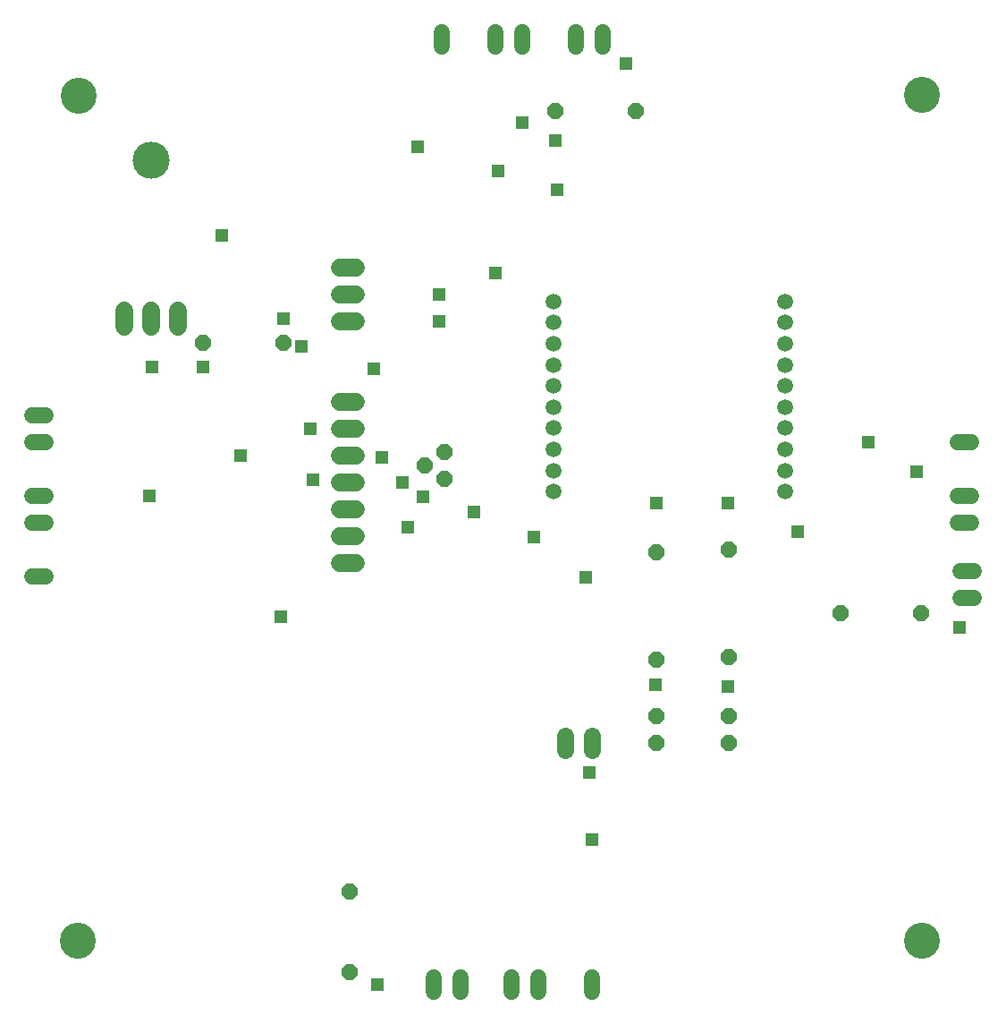
<source format=gts>
G75*
%MOIN*%
%OFA0B0*%
%FSLAX24Y24*%
%IPPOS*%
%LPD*%
%AMOC8*
5,1,8,0,0,1.08239X$1,22.5*
%
%ADD10C,0.1340*%
%ADD11C,0.0600*%
%ADD12C,0.0640*%
%ADD13OC8,0.0600*%
%ADD14C,0.0680*%
%ADD15C,0.0595*%
%ADD16C,0.1380*%
%ADD17R,0.0476X0.0476*%
D10*
X007138Y004412D03*
X038602Y004396D03*
X038610Y035884D03*
X007173Y035861D03*
D11*
X005957Y023967D02*
X005437Y023967D01*
X005437Y022967D02*
X005957Y022967D01*
X005957Y020967D02*
X005437Y020967D01*
X005437Y019967D02*
X005957Y019967D01*
X005957Y017967D02*
X005437Y017967D01*
X020397Y003027D02*
X020397Y002507D01*
X021397Y002507D02*
X021397Y003027D01*
X023297Y003027D02*
X023297Y002507D01*
X024297Y002507D02*
X024297Y003027D01*
X026297Y003027D02*
X026297Y002507D01*
X040037Y017167D02*
X040557Y017167D01*
X040557Y018167D02*
X040037Y018167D01*
X039937Y019967D02*
X040457Y019967D01*
X040457Y020967D02*
X039937Y020967D01*
X039937Y022967D02*
X040457Y022967D01*
X026697Y037707D02*
X026697Y038227D01*
X025697Y038227D02*
X025697Y037707D01*
X023697Y037707D02*
X023697Y038227D01*
X022697Y038227D02*
X022697Y037707D01*
X020697Y037707D02*
X020697Y038227D01*
D12*
X025297Y012047D02*
X025297Y011487D01*
X026297Y011487D02*
X026297Y012047D01*
D13*
X028697Y011767D03*
X028697Y012767D03*
X028697Y014867D03*
X031397Y014967D03*
X031397Y012767D03*
X031397Y011767D03*
X035590Y016597D03*
X038590Y016597D03*
X031397Y018967D03*
X028697Y018867D03*
X020827Y021587D03*
X020077Y022087D03*
X020827Y022587D03*
X014795Y026662D03*
X011795Y026662D03*
X024949Y035286D03*
X027949Y035286D03*
X017268Y006239D03*
X017268Y003239D03*
D14*
X017497Y018467D02*
X016897Y018467D01*
X016897Y019467D02*
X017497Y019467D01*
X017497Y020467D02*
X016897Y020467D01*
X016897Y021467D02*
X017497Y021467D01*
X017497Y022467D02*
X016897Y022467D01*
X016897Y023467D02*
X017497Y023467D01*
X017497Y024467D02*
X016897Y024467D01*
X016897Y027467D02*
X017497Y027467D01*
X017497Y028467D02*
X016897Y028467D01*
X016897Y029467D02*
X017497Y029467D01*
X010875Y027850D02*
X010875Y027250D01*
X009875Y027250D02*
X009875Y027850D01*
X008875Y027850D02*
X008875Y027250D01*
D15*
X024866Y027423D03*
X024866Y028210D03*
X024866Y026636D03*
X024866Y025848D03*
X024866Y025061D03*
X024866Y024273D03*
X024866Y023486D03*
X024866Y022698D03*
X024866Y021911D03*
X024866Y021124D03*
X033527Y021124D03*
X033527Y021911D03*
X033527Y022698D03*
X033527Y023486D03*
X033527Y024273D03*
X033527Y025061D03*
X033527Y025848D03*
X033527Y026636D03*
X033527Y027423D03*
X033527Y028210D03*
D16*
X009875Y033450D03*
D17*
X012497Y030667D03*
X014795Y027551D03*
X015486Y026547D03*
X018177Y025697D03*
X020598Y027475D03*
X020598Y028459D03*
X022697Y029267D03*
X024997Y032367D03*
X024949Y034203D03*
X023697Y034867D03*
X022797Y033067D03*
X019797Y033967D03*
X027590Y037061D03*
X015797Y023467D03*
X015897Y021567D03*
X018477Y022397D03*
X019247Y021467D03*
X020017Y020947D03*
X019437Y019807D03*
X021897Y020367D03*
X024157Y019427D03*
X026067Y017937D03*
X028709Y020711D03*
X031378Y020684D03*
X033972Y019624D03*
X036597Y022967D03*
X038397Y021867D03*
X039997Y016067D03*
X031386Y013876D03*
X028693Y013920D03*
X026197Y010667D03*
X026297Y008167D03*
X018315Y002766D03*
X014697Y016457D03*
X009797Y020967D03*
X013197Y022467D03*
X011797Y025767D03*
X009897Y025767D03*
M02*

</source>
